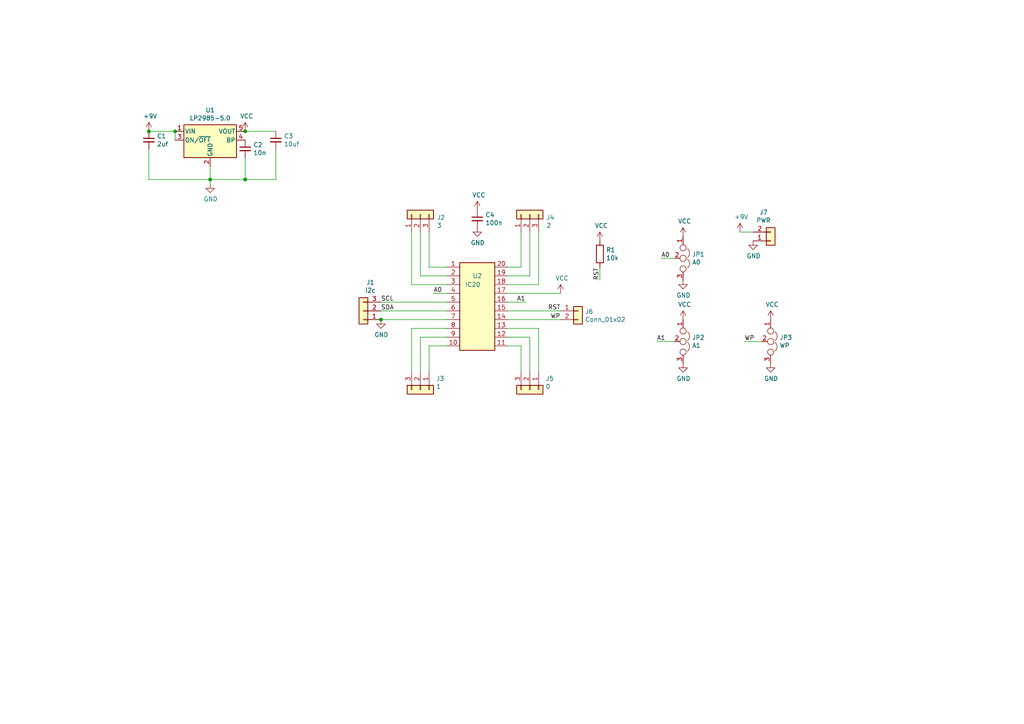
<source format=kicad_sch>
(kicad_sch (version 20230121) (generator eeschema)
  (paper "A4")
  (lib_symbols
    (symbol "Connector_Generic:Conn_01x02" (pin_names (offset 1.016) hide)
      (property "Reference" "J" (at 0 2.54 0))
      (property "Value" "Conn_01x02" (at 0 -5.08 0))
      (symbol "Conn_01x02_1_1"
        (rectangle (start -1.27 -2.413) (end 0 -2.667) (stroke (width 0.1524)))
        (rectangle (start -1.27 0.127) (end 0 -0.127) (stroke (width 0.1524)))
        (rectangle (start -1.27 1.27) (end 1.27 -3.81) (stroke (width 0.254)) (fill (type background)))
        (pin passive line (at -5.08 0 0) (length 3.81) (name "Pin_1") (number "1"))
        (pin passive line (at -5.08 -2.54 0) (length 3.81) (name "Pin_2") (number "2"))
      )
    )
    (symbol "Connector_Generic:Conn_01x03" (pin_names (offset 1.016) hide)
      (property "Reference" "J" (at 0 5.08 0))
      (property "Value" "Conn_01x03" (at 0 -5.08 0))
      (symbol "Conn_01x03_1_1"
        (rectangle (start -1.27 -2.413) (end 0 -2.667) (stroke (width 0.1524)))
        (rectangle (start -1.27 0.127) (end 0 -0.127) (stroke (width 0.1524)))
        (rectangle (start -1.27 2.667) (end 0 2.413) (stroke (width 0.1524)))
        (rectangle (start -1.27 3.81) (end 1.27 -3.81) (stroke (width 0.254)) (fill (type background)))
        (pin passive line (at -5.08 2.54 0) (length 3.81) (name "Pin_1") (number "1"))
        (pin passive line (at -5.08 0 0) (length 3.81) (name "Pin_2") (number "2"))
        (pin passive line (at -5.08 -2.54 0) (length 3.81) (name "Pin_3") (number "3"))
      )
    )
    (symbol "Device:C_Small" (pin_numbers hide) (pin_names (offset 0.254) hide)
      (property "Reference" "C" (at 0.254 1.778 0))
      (property "Value" "C_Small" (at 0.254 -2.032 0))
      (symbol "C_Small_0_1"
        (polyline (pts (xy -1.524 -0.508) (xy 1.524 -0.508)) (stroke (width 0.3302)))
        (polyline (pts (xy -1.524 0.508) (xy 1.524 0.508)) (stroke (width 0.3048)))
      )
      (symbol "C_Small_1_1"
        (pin passive line (at 0 2.54 270) (length 2.032) (name "~") (number "1"))
        (pin passive line (at 0 -2.54 90) (length 2.032) (name "~") (number "2"))
      )
    )
    (symbol "Device:R" (pin_numbers hide) (pin_names (offset 0))
      (property "Reference" "R" (at 2.032 0 90))
      (property "Value" "R" (at 0 0 90))
      (symbol "R_0_1"
        (rectangle (start -1.016 -2.54) (end 1.016 2.54) (stroke (width 0.254)))
      )
      (symbol "R_1_1"
        (pin passive line (at 0 3.81 270) (length 1.27) (name "~") (number "1"))
        (pin passive line (at 0 -3.81 90) (length 1.27) (name "~") (number "2"))
      )
    )
    (symbol "DigitalPots-rescue:IC20-IC_Generic"
      (property "Reference" "U" (at -5.08 12.7 0))
      (property "Value" "IC_Generic:IC20" (at -5.08 -15.24 0))
      (symbol "IC20-IC_Generic_1_1"
        (rectangle (start -5.08 11.43) (end 5.08 -13.97) (stroke (width 0.254)) (fill (type background)))
        (pin passive line (at -8.89 10.16 0) (length 3.81) (name "~") (number "1"))
        (pin passive line (at -8.89 -12.7 0) (length 3.81) (name "~") (number "10"))
        (pin passive line (at 8.89 -12.7 180) (length 3.81) (name "~") (number "11"))
        (pin passive line (at 8.89 -10.16 180) (length 3.81) (name "~") (number "12"))
        (pin passive line (at 8.89 -7.62 180) (length 3.81) (name "~") (number "13"))
        (pin passive line (at 8.89 -5.08 180) (length 3.81) (name "~") (number "14"))
        (pin passive line (at 8.89 -2.54 180) (length 3.81) (name "~") (number "15"))
        (pin passive line (at 8.89 0 180) (length 3.81) (name "~") (number "16"))
        (pin passive line (at 8.89 2.54 180) (length 3.81) (name "~") (number "17"))
        (pin passive line (at 8.89 5.08 180) (length 3.81) (name "~") (number "18"))
        (pin passive line (at 8.89 7.62 180) (length 3.81) (name "~") (number "19"))
        (pin passive line (at -8.89 7.62 0) (length 3.81) (name "~") (number "2"))
        (pin passive line (at 8.89 10.16 180) (length 3.81) (name "~") (number "20"))
        (pin passive line (at -8.89 5.08 0) (length 3.81) (name "~") (number "3"))
        (pin passive line (at -8.89 2.54 0) (length 3.81) (name "~") (number "4"))
        (pin passive line (at -8.89 0 0) (length 3.81) (name "~") (number "5"))
        (pin passive line (at -8.89 -2.54 0) (length 3.81) (name "~") (number "6"))
        (pin passive line (at -8.89 -5.08 0) (length 3.81) (name "~") (number "7"))
        (pin passive line (at -8.89 -7.62 0) (length 3.81) (name "~") (number "8"))
        (pin passive line (at -8.89 -10.16 0) (length 3.81) (name "~") (number "9"))
      )
    )
    (symbol "DigitalPots-rescue:Jumper_NC_Dual-Device" (pin_names (offset 0.762) hide)
      (property "Reference" "JP" (at 1.27 -2.54 0))
      (property "Value" "Device:Jumper_NC_Dual" (at 0 2.54 0))
      (symbol "Jumper_NC_Dual-Device_0_1"
        (circle (center -3.048 0) (radius 0.889))
        (arc (start -0.254 1.27) (mid -1.524 1.8804) (end -2.794 1.27))
        (circle (center 0 0) (radius 0.9144))
        (arc (start 2.794 1.27) (mid 1.524 1.8804) (end 0.254 1.27))
        (circle (center 3.048 0) (radius 0.889))
        (pin passive line (at -6.35 0 0) (length 2.413) (name "1") (number "1"))
        (pin passive line (at 0 -2.54 90) (length 1.524) (name "2") (number "2"))
        (pin passive line (at 6.35 0 180) (length 2.413) (name "3") (number "3"))
      )
    )
    (symbol "Regulator_Linear:LP2985-5.0" (pin_names (offset 0.254))
      (property "Reference" "U" (at -6.35 5.715 0))
      (property "Value" "LP2985-5.0" (at 0 5.715 0))
      (symbol "LP2985-5.0_0_1"
        (rectangle (start -7.62 -5.08) (end 7.62 4.445) (stroke (width 0.254)) (fill (type background)))
      )
      (symbol "LP2985-5.0_1_1"
        (pin power_in line (at -10.16 2.54 0) (length 2.54) (name "VIN") (number "1"))
        (pin power_in line (at 0 -7.62 90) (length 2.54) (name "GND") (number "2"))
        (pin input line (at -10.16 0 0) (length 2.54) (name "ON/~{OFF}") (number "3"))
        (pin input line (at 10.16 0 180) (length 2.54) (name "BP") (number "4"))
        (pin power_out line (at 10.16 2.54 180) (length 2.54) (name "VOUT") (number "5"))
      )
    )
    (symbol "power:+9V" (power) (pin_names (offset 0))
      (property "Value" "+9V" (at 0 3.556 0))
      (symbol "+9V_0_1"
        (polyline (pts (xy -0.762 1.27) (xy 0 2.54)))
        (polyline (pts (xy 0 0) (xy 0 2.54)))
        (polyline (pts (xy 0 2.54) (xy 0.762 1.27)))
      )
      (symbol "+9V_1_1"
        (pin power_in line (at 0 0 90) (length 0) hide (name "+9V") (number "1"))
      )
    )
    (symbol "power:GND" (power) (pin_names (offset 0))
      (property "Value" "GND" (at 0 -3.81 0))
      (symbol "GND_0_1"
        (polyline (pts (xy 0 0) (xy 0 -1.27) (xy 1.27 -1.27) (xy 0 -2.54) (xy -1.27 -1.27) (xy 0 -1.27)))
      )
      (symbol "GND_1_1"
        (pin power_in line (at 0 0 270) (length 0) hide (name "GND") (number "1"))
      )
    )
    (symbol "power:VCC" (power) (pin_names (offset 0))
      (property "Value" "VCC" (at 0 3.81 0))
      (symbol "VCC_0_1"
        (polyline (pts (xy -0.762 1.27) (xy 0 2.54)))
        (polyline (pts (xy 0 0) (xy 0 2.54)))
        (polyline (pts (xy 0 2.54) (xy 0.762 1.27)))
      )
      (symbol "VCC_1_1"
        (pin power_in line (at 0 0 90) (length 0) hide (name "VCC") (number "1"))
      )
    )
  )
  (junction (at 71.12 38.1))
  (junction (at 110.49 92.71))
  (junction (at 50.8 38.1))
  (junction (at 60.96 52.07))
  (junction (at 43.18 38.1))
  (junction (at 71.12 52.07))
  (wire (pts (xy 129.54 97.79) (xy 121.92 97.79)))
  (wire (pts (xy 121.92 97.79) (xy 121.92 107.95)))
  (wire (pts (xy 147.32 95.25) (xy 156.21 95.25)))
  (wire (pts (xy 71.12 38.1) (xy 80.01 38.1)))
  (wire (pts (xy 110.49 87.63) (xy 129.54 87.63)))
  (wire (pts (xy 110.49 92.71) (xy 129.54 92.71)))
  (wire (pts (xy 43.18 52.07) (xy 60.96 52.07)))
  (wire (pts (xy 71.12 52.07) (xy 60.96 52.07)))
  (wire (pts (xy 147.32 92.71) (xy 162.56 92.71)))
  (wire (pts (xy 119.38 82.55) (xy 119.38 67.31)))
  (wire (pts (xy 80.01 52.07) (xy 71.12 52.07)))
  (wire (pts (xy 129.54 85.09) (xy 125.73 85.09)))
  (wire (pts (xy 153.67 80.01) (xy 153.67 67.31)))
  (wire (pts (xy 153.67 97.79) (xy 147.32 97.79)))
  (wire (pts (xy 124.46 107.95) (xy 124.46 100.33)))
  (wire (pts (xy 195.58 99.06) (xy 190.5 99.06)))
  (wire (pts (xy 124.46 77.47) (xy 124.46 67.31)))
  (wire (pts (xy 153.67 107.95) (xy 153.67 97.79)))
  (wire (pts (xy 60.96 48.26) (xy 60.96 52.07)))
  (wire (pts (xy 80.01 43.18) (xy 80.01 52.07)))
  (wire (pts (xy 71.12 45.72) (xy 71.12 52.07)))
  (wire (pts (xy 220.98 99.06) (xy 215.9 99.06)))
  (wire (pts (xy 195.58 74.93) (xy 191.77 74.93)))
  (wire (pts (xy 147.32 82.55) (xy 156.21 82.55)))
  (wire (pts (xy 156.21 95.25) (xy 156.21 107.95)))
  (wire (pts (xy 147.32 80.01) (xy 153.67 80.01)))
  (wire (pts (xy 151.13 100.33) (xy 151.13 107.95)))
  (wire (pts (xy 147.32 77.47) (xy 151.13 77.47)))
  (wire (pts (xy 129.54 77.47) (xy 124.46 77.47)))
  (wire (pts (xy 129.54 80.01) (xy 121.92 80.01)))
  (wire (pts (xy 119.38 107.95) (xy 119.38 95.25)))
  (wire (pts (xy 129.54 82.55) (xy 119.38 82.55)))
  (wire (pts (xy 156.21 82.55) (xy 156.21 67.31)))
  (wire (pts (xy 147.32 100.33) (xy 151.13 100.33)))
  (wire (pts (xy 162.56 90.17) (xy 147.32 90.17)))
  (wire (pts (xy 147.32 85.09) (xy 162.56 85.09)))
  (wire (pts (xy 121.92 80.01) (xy 121.92 67.31)))
  (wire (pts (xy 124.46 100.33) (xy 129.54 100.33)))
  (wire (pts (xy 214.63 67.31) (xy 218.44 67.31)))
  (wire (pts (xy 147.32 87.63) (xy 152.4 87.63)))
  (wire (pts (xy 43.18 43.18) (xy 43.18 52.07)))
  (wire (pts (xy 60.96 52.07) (xy 60.96 53.34)))
  (wire (pts (xy 110.49 90.17) (xy 129.54 90.17)))
  (wire (pts (xy 151.13 77.47) (xy 151.13 67.31)))
  (wire (pts (xy 119.38 95.25) (xy 129.54 95.25)))
  (wire (pts (xy 50.8 40.64) (xy 50.8 38.1)))
  (wire (pts (xy 173.99 77.47) (xy 173.99 81.28)))
  (wire (pts (xy 43.18 38.1) (xy 50.8 38.1)))
  (label "A1" (at 152.4 87.63 180))
  (label "A0" (at 191.77 74.93 0))
  (label "A0" (at 125.73 85.09 0))
  (label "A1" (at 190.5 99.06 0))
  (label "SDA" (at 110.49 90.17 0))
  (label "WP" (at 162.56 92.71 180))
  (label "WP" (at 215.9 99.06 0))
  (label "SCL" (at 110.49 87.63 0))
  (label "RST" (at 162.56 90.17 180))
  (label "RST" (at 173.99 81.28 90))
  (symbol (lib_id "DigitalPots-rescue:IC20-IC_Generic") (at 138.43 87.63 0) (unit 1)
    (property "Reference" "U2" (at 138.43 80.01 0))
    (property "Value" "IC20" (at 137.16 82.55 0))
    (property "Footprint" "Housings_SSOP:TSSOP-20_4.4x6.5mm_Pitch0.65mm" (effects hide))
  )
  (symbol (lib_id "Connector_Generic:Conn_01x03") (at 121.92 62.23 90) (unit 1)
    (property "Reference" "J2" (at 126.6952 63.0936 90) (effects (justify right)))
    (property "Value" "3" (at 126.6952 65.405 90) (effects (justify right)))
    (property "Footprint" "KiCadCustomLibs:Conn_1x03_2.54mm" (effects hide))
  )
  (symbol (lib_id "Connector_Generic:Conn_01x03") (at 153.67 62.23 90) (unit 1)
    (property "Reference" "J4" (at 158.4452 63.0936 90) (effects (justify right)))
    (property "Value" "2" (at 158.4452 65.405 90) (effects (justify right)))
    (property "Footprint" "KiCadCustomLibs:Conn_1x03_2.54mm" (effects hide))
  )
  (symbol (lib_id "Connector_Generic:Conn_01x03") (at 121.92 113.03 270) (unit 1)
    (property "Reference" "J3" (at 126.492 109.8042 90) (effects (justify left)))
    (property "Value" "1" (at 126.492 112.1156 90) (effects (justify left)))
    (property "Footprint" "KiCadCustomLibs:Conn_1x03_2.54mm" (effects hide))
  )
  (symbol (lib_id "Connector_Generic:Conn_01x03") (at 153.67 113.03 270) (unit 1)
    (property "Reference" "J5" (at 158.242 109.8042 90) (effects (justify left)))
    (property "Value" "0" (at 158.242 112.1156 90) (effects (justify left)))
    (property "Footprint" "KiCadCustomLibs:Conn_1x03_2.54mm" (effects hide))
  )
  (symbol (lib_id "power:VCC") (at 162.56 85.09 0) (unit 1)
    (property "Reference" "#PWR0101" (effects hide))
    (property "Value" "VCC" (at 162.9918 80.6958 0))
  )
  (symbol (lib_id "power:GND") (at 110.49 92.71 0) (unit 1)
    (property "Reference" "#PWR0102" (effects hide))
    (property "Value" "GND" (at 110.617 97.1042 0))
  )
  (symbol (lib_id "Connector_Generic:Conn_01x03") (at 105.41 90.17 180) (unit 1)
    (property "Reference" "J1" (at 107.442 81.915 0))
    (property "Value" "i2c" (at 107.442 84.2264 0))
    (property "Footprint" "KiCadCustomLibs:Conn_1x03_2.54mm" (effects hide))
  )
  (symbol (lib_id "Connector_Generic:Conn_01x02") (at 167.64 90.17 0) (unit 1)
    (property "Reference" "J6" (at 169.672 90.3732 0) (effects (justify left)))
    (property "Value" "Conn_01x02" (at 169.672 92.6846 0) (effects (justify left)))
    (property "Footprint" "KiCadCustomLibs:Conn_1x02_2.54mm" (effects hide))
  )
  (symbol (lib_id "Connector_Generic:Conn_01x02") (at 223.52 69.85 0) (mirror x) (unit 1)
    (property "Reference" "J7" (at 221.4626 61.595 0))
    (property "Value" "PWR" (at 221.4626 63.9064 0))
    (property "Footprint" "KiCadCustomLibs:Conn_1x02_2.54mm" (effects hide))
  )
  (symbol (lib_id "power:GND") (at 218.44 69.85 0) (unit 1)
    (property "Reference" "#PWR0103" (effects hide))
    (property "Value" "GND" (at 218.567 74.2442 0))
  )
  (symbol (lib_id "DigitalPots-rescue:Jumper_NC_Dual-Device") (at 198.12 74.93 270) (unit 1)
    (property "Reference" "JP1" (at 200.7108 73.7616 90) (effects (justify left)))
    (property "Value" "A0" (at 200.7108 76.073 90) (effects (justify left)))
    (property "Footprint" "Jumper:SolderJumper-3_P1.3mm_Open_Pad1.0x1.5mm_NumberLabels" (effects hide))
  )
  (symbol (lib_id "DigitalPots-rescue:Jumper_NC_Dual-Device") (at 198.12 99.06 270) (unit 1)
    (property "Reference" "JP2" (at 200.7108 97.8916 90) (effects (justify left)))
    (property "Value" "A1" (at 200.7108 100.203 90) (effects (justify left)))
    (property "Footprint" "Jumper:SolderJumper-3_P1.3mm_Open_Pad1.0x1.5mm_NumberLabels" (effects hide))
  )
  (symbol (lib_id "power:GND") (at 198.12 81.28 0) (unit 1)
    (property "Reference" "#PWR0104" (effects hide))
    (property "Value" "GND" (at 198.247 85.6742 0))
  )
  (symbol (lib_id "power:GND") (at 198.12 105.41 0) (unit 1)
    (property "Reference" "#PWR0105" (effects hide))
    (property "Value" "GND" (at 198.247 109.8042 0))
  )
  (symbol (lib_id "power:VCC") (at 198.12 68.58 0) (unit 1)
    (property "Reference" "#PWR0106" (effects hide))
    (property "Value" "VCC" (at 198.5518 64.1858 0))
  )
  (symbol (lib_id "power:VCC") (at 198.12 92.71 0) (unit 1)
    (property "Reference" "#PWR0107" (effects hide))
    (property "Value" "VCC" (at 198.5518 88.3158 0))
  )
  (symbol (lib_id "Device:R") (at 173.99 73.66 0) (unit 1)
    (property "Reference" "R1" (at 175.768 72.4916 0) (effects (justify left)))
    (property "Value" "10k" (at 175.768 74.803 0) (effects (justify left)))
    (property "Footprint" "Resistors_SMD:R_0603" (effects hide))
  )
  (symbol (lib_id "power:VCC") (at 173.99 69.85 0) (unit 1)
    (property "Reference" "#PWR0108" (effects hide))
    (property "Value" "VCC" (at 174.4218 65.4558 0))
  )
  (symbol (lib_id "DigitalPots-rescue:Jumper_NC_Dual-Device") (at 223.52 99.06 270) (unit 1)
    (property "Reference" "JP3" (at 226.1108 97.8916 90) (effects (justify left)))
    (property "Value" "WP" (at 226.1108 100.203 90) (effects (justify left)))
    (property "Footprint" "Jumper:SolderJumper-3_P1.3mm_Open_Pad1.0x1.5mm_NumberLabels" (effects hide))
  )
  (symbol (lib_id "power:GND") (at 223.52 105.41 0) (unit 1)
    (property "Reference" "#PWR0109" (effects hide))
    (property "Value" "GND" (at 223.647 109.8042 0))
  )
  (symbol (lib_id "power:VCC") (at 223.52 92.71 0) (unit 1)
    (property "Reference" "#PWR0110" (effects hide))
    (property "Value" "VCC" (at 223.9518 88.3158 0))
  )
  (symbol (lib_id "Regulator_Linear:LP2985-5.0") (at 60.96 40.64 0) (unit 1)
    (property "Reference" "U1" (at 60.96 31.9532 0))
    (property "Value" "LP2985-5.0" (at 60.96 34.2646 0))
    (property "Footprint" "TO_SOT_Packages_SMD:SOT-23-5" (effects hide))
    (property "Datasheet" "http://www.ti.com/lit/ds/symlink/lp2985.pdf" (effects hide))
  )
  (symbol (lib_id "power:GND") (at 60.96 53.34 0) (unit 1)
    (property "Reference" "#PWR0111" (effects hide))
    (property "Value" "GND" (at 61.087 57.7342 0))
  )
  (symbol (lib_id "power:VCC") (at 71.12 38.1 0) (unit 1)
    (property "Reference" "#PWR0112" (effects hide))
    (property "Value" "VCC" (at 71.5518 33.7058 0))
  )
  (symbol (lib_id "Device:C_Small") (at 71.12 43.18 0) (unit 1)
    (property "Reference" "C2" (at 73.4568 42.0116 0) (effects (justify left)))
    (property "Value" "10n" (at 73.4568 44.323 0) (effects (justify left)))
    (property "Footprint" "Capacitors_SMD:C_0603" (effects hide))
  )
  (symbol (lib_id "Device:C_Small") (at 80.01 40.64 0) (unit 1)
    (property "Reference" "C3" (at 82.3468 39.4716 0) (effects (justify left)))
    (property "Value" "10uf" (at 82.3468 41.783 0) (effects (justify left)))
    (property "Footprint" "Capacitors_SMD:C_0603" (effects hide))
  )
  (symbol (lib_id "Device:C_Small") (at 43.18 40.64 0) (unit 1)
    (property "Reference" "C1" (at 45.5168 39.4716 0) (effects (justify left)))
    (property "Value" "2uf" (at 45.5168 41.783 0) (effects (justify left)))
    (property "Footprint" "Capacitors_SMD:C_0603" (effects hide))
  )
  (symbol (lib_id "power:+9V") (at 214.63 67.31 0) (unit 1)
    (property "Reference" "#PWR0113" (effects hide))
    (property "Value" "+9V" (at 215.011 62.9158 0))
  )
  (symbol (lib_id "power:+9V") (at 43.18 38.1 0) (unit 1)
    (property "Reference" "#PWR0114" (effects hide))
    (property "Value" "+9V" (at 43.561 33.7058 0))
  )
  (symbol (lib_id "Device:C_Small") (at 138.43 63.5 0) (unit 1)
    (property "Reference" "C4" (at 140.7668 62.3316 0) (effects (justify left)))
    (property "Value" "100n" (at 140.7668 64.643 0) (effects (justify left)))
    (property "Footprint" "Capacitors_SMD:C_0603" (effects hide))
  )
  (symbol (lib_id "power:GND") (at 138.43 66.04 0) (unit 1)
    (property "Reference" "#PWR0115" (effects hide))
    (property "Value" "GND" (at 138.557 70.4342 0))
  )
  (symbol (lib_id "power:VCC") (at 138.43 60.96 0) (unit 1)
    (property "Reference" "#PWR0116" (effects hide))
    (property "Value" "VCC" (at 138.8618 56.5658 0))
  )
)
</source>
